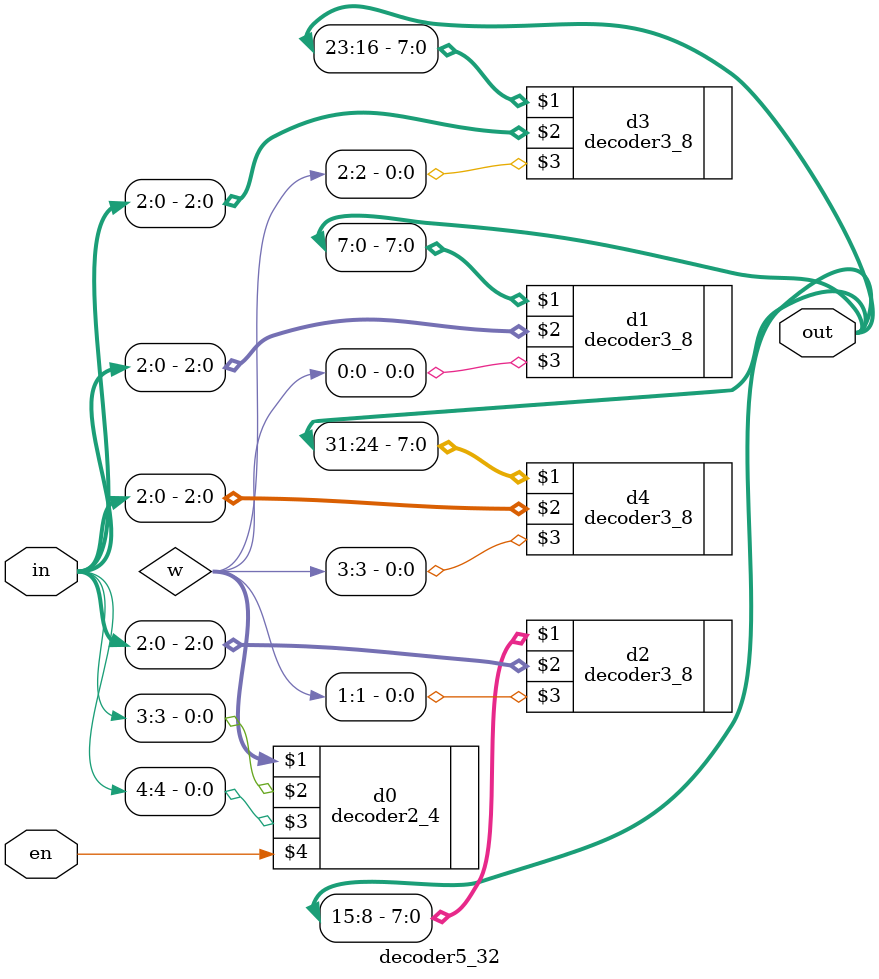
<source format=sv>
module decoder5_32 (out, in, en);
	output [31:0] out;
	input en;
	input [4:0] in;
	wire [3:0] w;

	decoder2_4 d0(w, in[3], in[4], en);
	decoder3_8 d1(out[7:0], in[2:0], w[0]);
	decoder3_8 d2(out[15:8], in[2:0], w[1]);
	decoder3_8 d3(out[23:16], in[2:0], w[2]);
	decoder3_8 d4(out[31:24], in[2:0], w[3]);
endmodule

</source>
